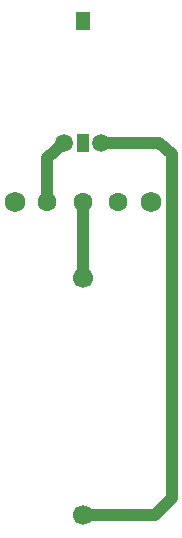
<source format=gbr>
G04 #@! TF.GenerationSoftware,KiCad,Pcbnew,5.0.2-5.fc29*
G04 #@! TF.CreationDate,2019-09-28T03:24:05+07:00*
G04 #@! TF.ProjectId,VibrateInsectBoard,56696272-6174-4654-996e-73656374426f,rev?*
G04 #@! TF.SameCoordinates,Original*
G04 #@! TF.FileFunction,Copper,L2,Bot*
G04 #@! TF.FilePolarity,Positive*
%FSLAX45Y45*%
G04 Gerber Fmt 4.5, Leading zero omitted, Abs format (unit mm)*
G04 Created by KiCad (PCBNEW 5.0.2-5.fc29) date Sat 28 Sep 2019 03:24:05 AM +07*
%MOMM*%
%LPD*%
G01*
G04 APERTURE LIST*
G04 #@! TA.AperFunction,ComponentPad*
%ADD10C,1.700000*%
G04 #@! TD*
G04 #@! TA.AperFunction,ComponentPad*
%ADD11C,1.750000*%
G04 #@! TD*
G04 #@! TA.AperFunction,ComponentPad*
%ADD12C,1.600000*%
G04 #@! TD*
G04 #@! TA.AperFunction,ComponentPad*
%ADD13C,1.500000*%
G04 #@! TD*
G04 #@! TA.AperFunction,ComponentPad*
%ADD14R,1.250000X1.500000*%
G04 #@! TD*
G04 #@! TA.AperFunction,ComponentPad*
%ADD15R,1.100000X1.500000*%
G04 #@! TD*
G04 #@! TA.AperFunction,Conductor*
%ADD16C,1.000000*%
G04 #@! TD*
G04 APERTURE END LIST*
D10*
G04 #@! TO.P,BT1,2*
G04 #@! TO.N,Net-(BT1-Pad2)*
X16500000Y-11455000D03*
G04 #@! TO.P,BT1,1*
G04 #@! TO.N,Net-(BT1-Pad1)*
X16500000Y-9450000D03*
G04 #@! TD*
D11*
G04 #@! TO.P,SW1,MP*
G04 #@! TO.N,N/C*
X17075000Y-8800000D03*
X15925000Y-8800000D03*
D12*
G04 #@! TO.P,SW1,3*
G04 #@! TO.N,Net-(SW1-Pad3)*
X16800000Y-8800000D03*
G04 #@! TO.P,SW1,2*
G04 #@! TO.N,Net-(BT1-Pad1)*
X16500000Y-8800000D03*
G04 #@! TO.P,SW1,1*
G04 #@! TO.N,Net-(M1-Pad1)*
X16200000Y-8800000D03*
G04 #@! TD*
D13*
G04 #@! TO.P,M1,2*
G04 #@! TO.N,Net-(BT1-Pad2)*
X16657500Y-8300000D03*
G04 #@! TO.P,M1,1*
G04 #@! TO.N,Net-(M1-Pad1)*
X16342500Y-8300000D03*
D14*
G04 #@! TO.P,M1,MP*
G04 #@! TO.N,N/C*
X16500000Y-7275000D03*
D15*
X16500000Y-8300000D03*
G04 #@! TD*
D16*
G04 #@! TO.N,Net-(M1-Pad1)*
X16200000Y-8432500D02*
X16342500Y-8300000D01*
X16200000Y-8800000D02*
X16200000Y-8432500D01*
G04 #@! TO.N,Net-(BT1-Pad2)*
X17115000Y-11455000D02*
X17260000Y-11310000D01*
X16500000Y-11455000D02*
X17115000Y-11455000D01*
X17260000Y-11310000D02*
X17260000Y-8400000D01*
X17150000Y-8300000D02*
X16657500Y-8300000D01*
X17260000Y-8400000D02*
X17150000Y-8300000D01*
G04 #@! TO.N,Net-(BT1-Pad1)*
X16500000Y-9450000D02*
X16500000Y-8800000D01*
G04 #@! TD*
M02*

</source>
